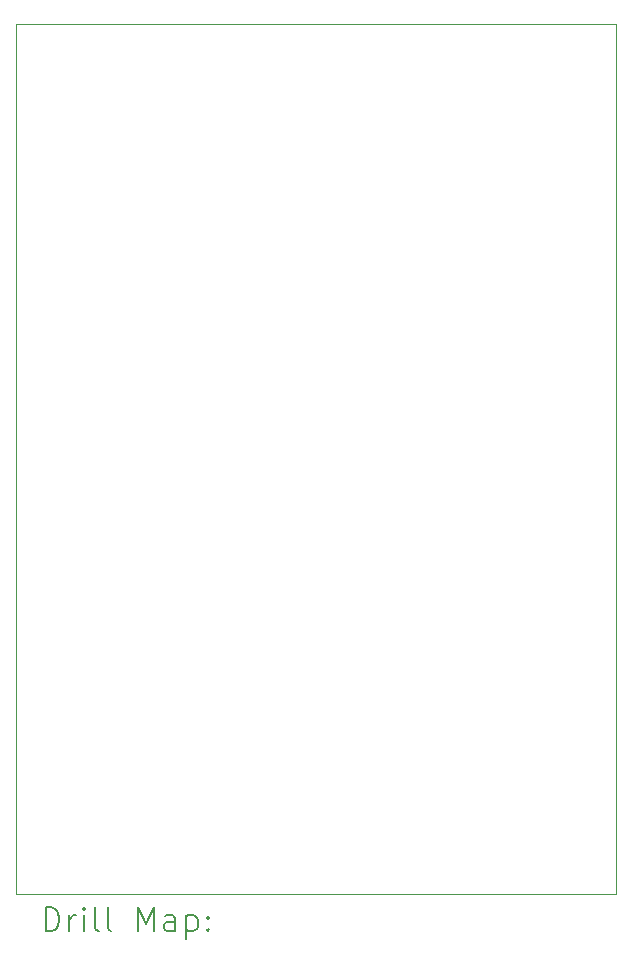
<source format=gbr>
%TF.GenerationSoftware,KiCad,Pcbnew,7.0.10-7.0.10~ubuntu22.04.1*%
%TF.CreationDate,2024-09-29T13:00:50+02:00*%
%TF.ProjectId,kicad,6b696361-642e-46b6-9963-61645f706362,rev?*%
%TF.SameCoordinates,Original*%
%TF.FileFunction,Drillmap*%
%TF.FilePolarity,Positive*%
%FSLAX45Y45*%
G04 Gerber Fmt 4.5, Leading zero omitted, Abs format (unit mm)*
G04 Created by KiCad (PCBNEW 7.0.10-7.0.10~ubuntu22.04.1) date 2024-09-29 13:00:50*
%MOMM*%
%LPD*%
G01*
G04 APERTURE LIST*
%ADD10C,0.100000*%
%ADD11C,0.200000*%
G04 APERTURE END LIST*
D10*
X9855200Y-5588000D02*
X14935200Y-5588000D01*
X14935200Y-12954000D01*
X9855200Y-12954000D01*
X9855200Y-5588000D01*
D11*
X10110977Y-13270484D02*
X10110977Y-13070484D01*
X10110977Y-13070484D02*
X10158596Y-13070484D01*
X10158596Y-13070484D02*
X10187167Y-13080008D01*
X10187167Y-13080008D02*
X10206215Y-13099055D01*
X10206215Y-13099055D02*
X10215739Y-13118103D01*
X10215739Y-13118103D02*
X10225263Y-13156198D01*
X10225263Y-13156198D02*
X10225263Y-13184769D01*
X10225263Y-13184769D02*
X10215739Y-13222865D01*
X10215739Y-13222865D02*
X10206215Y-13241912D01*
X10206215Y-13241912D02*
X10187167Y-13260960D01*
X10187167Y-13260960D02*
X10158596Y-13270484D01*
X10158596Y-13270484D02*
X10110977Y-13270484D01*
X10310977Y-13270484D02*
X10310977Y-13137150D01*
X10310977Y-13175246D02*
X10320501Y-13156198D01*
X10320501Y-13156198D02*
X10330024Y-13146674D01*
X10330024Y-13146674D02*
X10349072Y-13137150D01*
X10349072Y-13137150D02*
X10368120Y-13137150D01*
X10434786Y-13270484D02*
X10434786Y-13137150D01*
X10434786Y-13070484D02*
X10425263Y-13080008D01*
X10425263Y-13080008D02*
X10434786Y-13089531D01*
X10434786Y-13089531D02*
X10444310Y-13080008D01*
X10444310Y-13080008D02*
X10434786Y-13070484D01*
X10434786Y-13070484D02*
X10434786Y-13089531D01*
X10558596Y-13270484D02*
X10539548Y-13260960D01*
X10539548Y-13260960D02*
X10530024Y-13241912D01*
X10530024Y-13241912D02*
X10530024Y-13070484D01*
X10663358Y-13270484D02*
X10644310Y-13260960D01*
X10644310Y-13260960D02*
X10634786Y-13241912D01*
X10634786Y-13241912D02*
X10634786Y-13070484D01*
X10891929Y-13270484D02*
X10891929Y-13070484D01*
X10891929Y-13070484D02*
X10958596Y-13213341D01*
X10958596Y-13213341D02*
X11025263Y-13070484D01*
X11025263Y-13070484D02*
X11025263Y-13270484D01*
X11206215Y-13270484D02*
X11206215Y-13165722D01*
X11206215Y-13165722D02*
X11196691Y-13146674D01*
X11196691Y-13146674D02*
X11177644Y-13137150D01*
X11177644Y-13137150D02*
X11139548Y-13137150D01*
X11139548Y-13137150D02*
X11120501Y-13146674D01*
X11206215Y-13260960D02*
X11187167Y-13270484D01*
X11187167Y-13270484D02*
X11139548Y-13270484D01*
X11139548Y-13270484D02*
X11120501Y-13260960D01*
X11120501Y-13260960D02*
X11110977Y-13241912D01*
X11110977Y-13241912D02*
X11110977Y-13222865D01*
X11110977Y-13222865D02*
X11120501Y-13203817D01*
X11120501Y-13203817D02*
X11139548Y-13194293D01*
X11139548Y-13194293D02*
X11187167Y-13194293D01*
X11187167Y-13194293D02*
X11206215Y-13184769D01*
X11301453Y-13137150D02*
X11301453Y-13337150D01*
X11301453Y-13146674D02*
X11320501Y-13137150D01*
X11320501Y-13137150D02*
X11358596Y-13137150D01*
X11358596Y-13137150D02*
X11377643Y-13146674D01*
X11377643Y-13146674D02*
X11387167Y-13156198D01*
X11387167Y-13156198D02*
X11396691Y-13175246D01*
X11396691Y-13175246D02*
X11396691Y-13232388D01*
X11396691Y-13232388D02*
X11387167Y-13251436D01*
X11387167Y-13251436D02*
X11377643Y-13260960D01*
X11377643Y-13260960D02*
X11358596Y-13270484D01*
X11358596Y-13270484D02*
X11320501Y-13270484D01*
X11320501Y-13270484D02*
X11301453Y-13260960D01*
X11482405Y-13251436D02*
X11491929Y-13260960D01*
X11491929Y-13260960D02*
X11482405Y-13270484D01*
X11482405Y-13270484D02*
X11472882Y-13260960D01*
X11472882Y-13260960D02*
X11482405Y-13251436D01*
X11482405Y-13251436D02*
X11482405Y-13270484D01*
X11482405Y-13146674D02*
X11491929Y-13156198D01*
X11491929Y-13156198D02*
X11482405Y-13165722D01*
X11482405Y-13165722D02*
X11472882Y-13156198D01*
X11472882Y-13156198D02*
X11482405Y-13146674D01*
X11482405Y-13146674D02*
X11482405Y-13165722D01*
M02*

</source>
